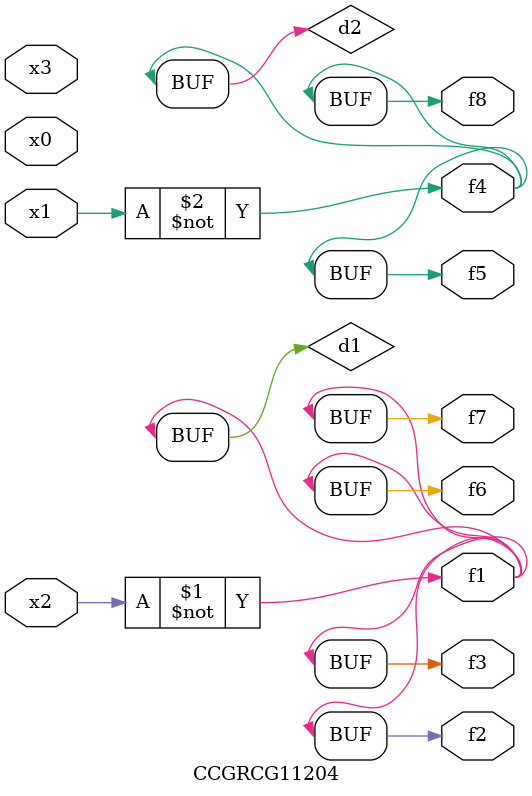
<source format=v>
module CCGRCG11204(
	input x0, x1, x2, x3,
	output f1, f2, f3, f4, f5, f6, f7, f8
);

	wire d1, d2;

	xnor (d1, x2);
	not (d2, x1);
	assign f1 = d1;
	assign f2 = d1;
	assign f3 = d1;
	assign f4 = d2;
	assign f5 = d2;
	assign f6 = d1;
	assign f7 = d1;
	assign f8 = d2;
endmodule

</source>
